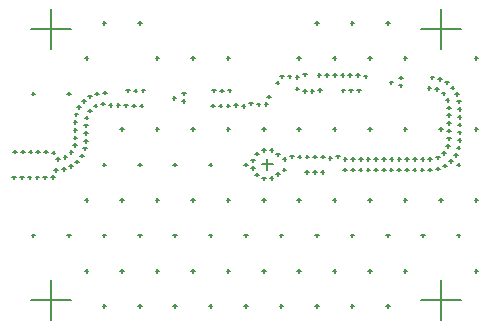
<source format=gbr>
G04*
G04 #@! TF.GenerationSoftware,Altium Limited,Altium Designer,24.9.1 (31)*
G04*
G04 Layer_Color=128*
%FSLAX25Y25*%
%MOIN*%
G70*
G04*
G04 #@! TF.SameCoordinates,21B9ACB0-0D47-4127-AC64-11D31CE697AE*
G04*
G04*
G04 #@! TF.FilePolarity,Positive*
G04*
G01*
G75*
%ADD49C,0.00500*%
D49*
X123327Y59161D02*
X127067D01*
X125197Y57291D02*
Y61032D01*
X176378Y104331D02*
X189764D01*
X183071Y97638D02*
Y111024D01*
X46457Y13780D02*
X59842D01*
X53150Y7087D02*
Y20472D01*
X176378Y13780D02*
X189764D01*
X183071Y7087D02*
Y20472D01*
X46457Y104331D02*
X59842D01*
X53150Y97638D02*
Y111024D01*
X169156Y88000D02*
X170337D01*
X169747Y87409D02*
Y88590D01*
X169078Y85426D02*
X170259D01*
X169669Y84835D02*
Y86017D01*
X178619Y84528D02*
X179800D01*
X179209Y83938D02*
Y85119D01*
X181165Y84144D02*
X182346D01*
X181755Y83554D02*
Y84735D01*
X183341Y82768D02*
X184522D01*
X183931Y82178D02*
Y83359D01*
X184727Y80599D02*
X185908D01*
X185318Y80008D02*
Y81189D01*
X185119Y78054D02*
X186300D01*
X185709Y77463D02*
Y78644D01*
X185119Y75479D02*
X186300D01*
X185709Y74888D02*
Y76070D01*
X185119Y72904D02*
X186300D01*
X185709Y72314D02*
Y73495D01*
X185119Y70329D02*
X186300D01*
X185709Y69739D02*
Y70920D01*
X185119Y67755D02*
X186300D01*
X185709Y67164D02*
Y68345D01*
X184821Y65197D02*
X186002D01*
X185411Y64606D02*
Y65788D01*
X183543Y62962D02*
X184724D01*
X184133Y62371D02*
Y63552D01*
X181457Y61452D02*
X182638D01*
X182048Y60861D02*
Y62042D01*
X178930Y60960D02*
X180111D01*
X179520Y60370D02*
Y61551D01*
X176355Y60960D02*
X177536D01*
X176945Y60370D02*
Y61551D01*
X173780Y60960D02*
X174961D01*
X174371Y60370D02*
Y61551D01*
X171205Y60960D02*
X172387D01*
X171796Y60370D02*
Y61551D01*
X168631Y60960D02*
X169812D01*
X169221Y60370D02*
Y61551D01*
X166056Y60960D02*
X167237D01*
X166646Y60370D02*
Y61551D01*
X163481Y60960D02*
X164662D01*
X164072Y60370D02*
Y61551D01*
X160906Y60960D02*
X162087D01*
X161497Y60370D02*
Y61551D01*
X158331Y60960D02*
X159512D01*
X158922Y60370D02*
Y61551D01*
X155757Y60960D02*
X156938D01*
X156347Y60370D02*
Y61551D01*
X153182Y60960D02*
X154363D01*
X153772Y60370D02*
Y61551D01*
X150607Y60960D02*
X151788D01*
X151198Y60370D02*
Y61551D01*
X148164Y61773D02*
X149345D01*
X148755Y61183D02*
Y62364D01*
X145635Y61288D02*
X146816D01*
X146226Y60697D02*
Y61878D01*
X143093Y61695D02*
X144274D01*
X143683Y61104D02*
Y62285D01*
X140518Y61693D02*
X141699D01*
X141109Y61103D02*
Y62284D01*
X137943Y61695D02*
X139124D01*
X138534Y61104D02*
Y62285D01*
X135369Y61716D02*
X136550D01*
X135959Y61125D02*
Y62306D01*
X132794Y61773D02*
X133976D01*
X133385Y61183D02*
Y62364D01*
X130351Y60960D02*
X131532D01*
X130942Y60370D02*
Y61551D01*
X128229Y62417D02*
X129410D01*
X128819Y61827D02*
Y63008D01*
X126065Y63813D02*
X127246D01*
X126655Y63223D02*
Y64404D01*
X123492Y63909D02*
X124673D01*
X124083Y63318D02*
Y64499D01*
X121232Y62675D02*
X122413D01*
X121823Y62085D02*
Y63266D01*
X119916Y60462D02*
X121097D01*
X120507Y59871D02*
Y61052D01*
X119911Y57887D02*
X121092D01*
X120502Y57296D02*
Y58477D01*
X121215Y55667D02*
X122396D01*
X121806Y55076D02*
Y56257D01*
X123469Y54422D02*
X124650D01*
X124060Y53831D02*
Y55012D01*
X126043Y54500D02*
X127224D01*
X126633Y53910D02*
Y55091D01*
X128213Y55885D02*
X129394D01*
X128804Y55295D02*
Y56476D01*
X130322Y57363D02*
X131503D01*
X130913Y56772D02*
Y57953D01*
X137914Y56628D02*
X139095D01*
X138505Y56038D02*
Y57219D01*
X140489Y56628D02*
X141670D01*
X141079Y56038D02*
Y57219D01*
X143064Y56628D02*
X144245D01*
X143654Y56038D02*
Y57219D01*
X150556Y57363D02*
X151737D01*
X151146Y56772D02*
Y57953D01*
X153130Y57363D02*
X154312D01*
X153721Y56772D02*
Y57953D01*
X155705Y57363D02*
X156886D01*
X156296Y56772D02*
Y57953D01*
X158280Y57363D02*
X159461D01*
X158871Y56772D02*
Y57953D01*
X160855Y57363D02*
X162036D01*
X161445Y56772D02*
Y57953D01*
X163430Y57363D02*
X164611D01*
X164020Y56772D02*
Y57953D01*
X166004Y57363D02*
X167185D01*
X166595Y56772D02*
Y57953D01*
X168579Y57363D02*
X169760D01*
X169170Y56772D02*
Y57953D01*
X171154Y57363D02*
X172335D01*
X171745Y56772D02*
Y57953D01*
X173729Y57363D02*
X174910D01*
X174319Y56772D02*
Y57953D01*
X176304Y57363D02*
X177485D01*
X176894Y56772D02*
Y57953D01*
X178878Y57363D02*
X180060D01*
X179469Y56772D02*
Y57953D01*
X181432Y57691D02*
X182613D01*
X182023Y57100D02*
Y58281D01*
X183817Y58661D02*
X184998D01*
X184408Y58071D02*
Y59252D01*
X185875Y60209D02*
X187056D01*
X186465Y59619D02*
Y60800D01*
X187421Y62268D02*
X188602D01*
X188012Y61677D02*
Y62859D01*
X188390Y64653D02*
X189571D01*
X188981Y64063D02*
Y65244D01*
X188716Y67207D02*
X189897D01*
X189307Y66617D02*
Y67798D01*
X188716Y69782D02*
X189897D01*
X189307Y69192D02*
Y70373D01*
X188716Y72357D02*
X189897D01*
X189307Y71767D02*
Y72948D01*
X188716Y74932D02*
X189897D01*
X189307Y74341D02*
Y75523D01*
X188716Y77507D02*
X189897D01*
X189307Y76916D02*
Y78097D01*
X188566Y80077D02*
X189747D01*
X189156Y79487D02*
Y80668D01*
X187789Y82532D02*
X188970D01*
X188379Y81941D02*
Y83122D01*
X186388Y84692D02*
X187569D01*
X186978Y84102D02*
Y85283D01*
X184494Y86437D02*
X185675D01*
X185084Y85846D02*
Y87027D01*
X182182Y87570D02*
X183363D01*
X182773Y86979D02*
Y88161D01*
X179657Y88075D02*
X180838D01*
X180248Y87484D02*
Y88665D01*
X112045Y83742D02*
X113226D01*
X112636Y83151D02*
Y84332D01*
X109471Y83690D02*
X110652D01*
X110061Y83100D02*
Y84281D01*
X106896Y83742D02*
X108078D01*
X107487Y83151D02*
Y84332D01*
X96803Y82794D02*
X97984D01*
X97393Y82204D02*
Y83385D01*
X96742Y80220D02*
X97923D01*
X97333Y79630D02*
Y80811D01*
X106479Y78702D02*
X107660D01*
X107070Y78112D02*
Y79293D01*
X109054Y78676D02*
X110235D01*
X109644Y78085D02*
Y79266D01*
X111629Y78676D02*
X112810D01*
X112219Y78085D02*
Y79266D01*
X114187Y78965D02*
X115368D01*
X114778Y78374D02*
Y79556D01*
X116736Y78597D02*
X117917D01*
X117326Y78006D02*
Y79187D01*
X119179Y79410D02*
X120360D01*
X119769Y78819D02*
Y80001D01*
X121736Y79109D02*
X122917D01*
X122326Y78518D02*
Y79699D01*
X124309Y79208D02*
X125490D01*
X124899Y78618D02*
Y79799D01*
X125121Y81651D02*
X126302D01*
X125712Y81061D02*
Y82242D01*
X83275Y83742D02*
X84456D01*
X83866Y83151D02*
Y84332D01*
X80701Y83677D02*
X81882D01*
X81292Y83086D02*
Y84267D01*
X78127Y83742D02*
X79308D01*
X78718Y83151D02*
Y84332D01*
X70478Y83007D02*
X71659D01*
X71069Y82417D02*
Y83598D01*
X67923Y82690D02*
X69104D01*
X68513Y82100D02*
Y83281D01*
X65535Y81727D02*
X66716D01*
X66126Y81136D02*
Y82317D01*
X63469Y80190D02*
X64650D01*
X64060Y79599D02*
Y80781D01*
X61916Y78136D02*
X63097D01*
X62507Y77546D02*
Y78727D01*
X60940Y75754D02*
X62121D01*
X61531Y75163D02*
Y76344D01*
X60603Y73201D02*
X61784D01*
X61193Y72610D02*
Y73791D01*
X60603Y70626D02*
X61784D01*
X61193Y70036D02*
Y71217D01*
X60603Y68051D02*
X61784D01*
X61193Y67461D02*
Y68642D01*
X60424Y65483D02*
X61605D01*
X61014Y64892D02*
Y66073D01*
X59287Y63173D02*
X60468D01*
X59878Y62582D02*
Y63763D01*
X57299Y61537D02*
X58480D01*
X57889Y60946D02*
Y62127D01*
X54813Y60866D02*
X55994D01*
X55404Y60275D02*
Y61456D01*
X53382Y63006D02*
X54563D01*
X53973Y62416D02*
Y63597D01*
X50827Y63320D02*
X52008D01*
X51417Y62730D02*
Y63911D01*
X48252Y63320D02*
X49433D01*
X48842Y62730D02*
Y63911D01*
X45677Y63320D02*
X46858D01*
X46268Y62730D02*
Y63911D01*
X43102Y63320D02*
X44283D01*
X43693Y62730D02*
Y63911D01*
X40527Y63320D02*
X41708D01*
X41118Y62730D02*
Y63911D01*
X40243Y54790D02*
X41424D01*
X40833Y54199D02*
Y55380D01*
X42818Y54790D02*
X43999D01*
X43408Y54199D02*
Y55380D01*
X45392Y54790D02*
X46573D01*
X45983Y54199D02*
Y55380D01*
X47967Y54790D02*
X49148D01*
X48558Y54199D02*
Y55380D01*
X50542Y54790D02*
X51723D01*
X51133Y54199D02*
Y55380D01*
X53113Y54924D02*
X54294D01*
X53704Y54334D02*
Y55515D01*
X54205Y57256D02*
X55386D01*
X54795Y56666D02*
Y57847D01*
X56764Y57538D02*
X57945D01*
X57355Y56948D02*
Y58129D01*
X59161Y58480D02*
X60342D01*
X59751Y57889D02*
Y59070D01*
X61252Y59982D02*
X62433D01*
X61842Y59392D02*
Y60573D01*
X62828Y62018D02*
X64009D01*
X63419Y61427D02*
Y62608D01*
X63827Y64391D02*
X65008D01*
X64417Y63801D02*
Y64982D01*
X64202Y66938D02*
X65383D01*
X64792Y66348D02*
Y67529D01*
X64200Y69513D02*
X65381D01*
X64791Y68923D02*
Y70104D01*
X64200Y72088D02*
X65381D01*
X64791Y71497D02*
Y72679D01*
X64342Y74659D02*
X65523D01*
X64933Y74068D02*
Y75249D01*
X65434Y76991D02*
X66615D01*
X66024Y76400D02*
Y77581D01*
X67389Y78666D02*
X68570D01*
X67980Y78075D02*
Y79256D01*
X69862Y79386D02*
X71043D01*
X70452Y78795D02*
Y79976D01*
X72389Y78892D02*
X73570D01*
X72979Y78302D02*
Y79483D01*
X74963Y78892D02*
X76144D01*
X75554Y78302D02*
Y79483D01*
X77533Y78724D02*
X78714D01*
X78123Y78133D02*
Y79314D01*
X80107Y78676D02*
X81288D01*
X80698Y78085D02*
Y79266D01*
X82682Y78676D02*
X83863D01*
X83272Y78085D02*
Y79266D01*
X93659Y81257D02*
X94840D01*
X94249Y80666D02*
Y81848D01*
X137104Y89076D02*
X138285D01*
X137695Y88486D02*
Y89667D01*
X134647Y88306D02*
X135828D01*
X135238Y87716D02*
Y88897D01*
X132075Y88427D02*
X133256D01*
X132666Y87836D02*
Y89017D01*
X129500Y88427D02*
X130682D01*
X130091Y87836D02*
Y89017D01*
X128008Y86329D02*
X129189D01*
X128598Y85738D02*
Y86919D01*
X134641Y84357D02*
X135822D01*
X135232Y83766D02*
Y84947D01*
X137095Y83577D02*
X138276D01*
X137686Y82987D02*
Y84168D01*
X139670Y83577D02*
X140851D01*
X140260Y82987D02*
Y84168D01*
X142230Y83854D02*
X143411D01*
X142820Y83263D02*
Y84444D01*
X149950Y83794D02*
X151131D01*
X150541Y83203D02*
Y84384D01*
X152525Y83794D02*
X153706D01*
X153115Y83203D02*
Y84384D01*
X155100Y83794D02*
X156281D01*
X155690Y83203D02*
Y84384D01*
X165995Y86457D02*
X167176D01*
X166585Y85867D02*
Y87048D01*
X157367Y88403D02*
X158548D01*
X157958Y87813D02*
Y88994D01*
X154833Y88860D02*
X156014D01*
X155424Y88269D02*
Y89450D01*
X152258Y88860D02*
X153439D01*
X152849Y88269D02*
Y89450D01*
X149684Y88809D02*
X150865D01*
X150275Y88219D02*
Y89400D01*
X147112Y88939D02*
X148293D01*
X147703Y88348D02*
Y89529D01*
X144538Y88878D02*
X145720D01*
X145129Y88288D02*
Y89469D01*
X141965Y88977D02*
X143147D01*
X142556Y88386D02*
Y89567D01*
X194291Y94488D02*
X195472D01*
X194882Y93898D02*
Y95079D01*
X194291Y70866D02*
X195472D01*
X194882Y70276D02*
Y71457D01*
X188386Y59055D02*
X189567D01*
X188976Y58464D02*
Y59646D01*
X194291Y47244D02*
X195472D01*
X194882Y46654D02*
Y47835D01*
X188386Y35433D02*
X189567D01*
X188976Y34843D02*
Y36024D01*
X194291Y23622D02*
X195472D01*
X194882Y23031D02*
Y24213D01*
X182480Y70866D02*
X183661D01*
X183071Y70276D02*
Y71457D01*
X182480Y47244D02*
X183661D01*
X183071Y46654D02*
Y47835D01*
X176575Y35433D02*
X177756D01*
X177165Y34843D02*
Y36024D01*
X164764Y106299D02*
X165945D01*
X165354Y105709D02*
Y106890D01*
X170669Y94488D02*
X171850D01*
X171260Y93898D02*
Y95079D01*
X170669Y70866D02*
X171850D01*
X171260Y70276D02*
Y71457D01*
X170669Y47244D02*
X171850D01*
X171260Y46654D02*
Y47835D01*
X164764Y35433D02*
X165945D01*
X165354Y34843D02*
Y36024D01*
X170669Y23622D02*
X171850D01*
X171260Y23031D02*
Y24213D01*
X164764Y11811D02*
X165945D01*
X165354Y11220D02*
Y12402D01*
X152953Y106299D02*
X154134D01*
X153543Y105709D02*
Y106890D01*
X158858Y94488D02*
X160039D01*
X159449Y93898D02*
Y95079D01*
X158858Y70866D02*
X160039D01*
X159449Y70276D02*
Y71457D01*
X158858Y47244D02*
X160039D01*
X159449Y46654D02*
Y47835D01*
X152953Y35433D02*
X154134D01*
X153543Y34843D02*
Y36024D01*
X158858Y23622D02*
X160039D01*
X159449Y23031D02*
Y24213D01*
X152953Y11811D02*
X154134D01*
X153543Y11220D02*
Y12402D01*
X141142Y106299D02*
X142323D01*
X141732Y105709D02*
Y106890D01*
X147047Y94488D02*
X148228D01*
X147638Y93898D02*
Y95079D01*
X147047Y70866D02*
X148228D01*
X147638Y70276D02*
Y71457D01*
X147047Y47244D02*
X148228D01*
X147638Y46654D02*
Y47835D01*
X141142Y35433D02*
X142323D01*
X141732Y34843D02*
Y36024D01*
X147047Y23622D02*
X148228D01*
X147638Y23031D02*
Y24213D01*
X141142Y11811D02*
X142323D01*
X141732Y11220D02*
Y12402D01*
X135236Y94488D02*
X136417D01*
X135827Y93898D02*
Y95079D01*
X135236Y70866D02*
X136417D01*
X135827Y70276D02*
Y71457D01*
X135236Y47244D02*
X136417D01*
X135827Y46654D02*
Y47835D01*
X129331Y35433D02*
X130512D01*
X129921Y34843D02*
Y36024D01*
X135236Y23622D02*
X136417D01*
X135827Y23031D02*
Y24213D01*
X129331Y11811D02*
X130512D01*
X129921Y11220D02*
Y12402D01*
X123425Y70866D02*
X124606D01*
X124016Y70276D02*
Y71457D01*
X117520Y59055D02*
X118701D01*
X118110Y58464D02*
Y59646D01*
X123425Y47244D02*
X124606D01*
X124016Y46654D02*
Y47835D01*
X117520Y35433D02*
X118701D01*
X118110Y34843D02*
Y36024D01*
X123425Y23622D02*
X124606D01*
X124016Y23031D02*
Y24213D01*
X117520Y11811D02*
X118701D01*
X118110Y11220D02*
Y12402D01*
X111614Y94488D02*
X112795D01*
X112205Y93898D02*
Y95079D01*
X111614Y70866D02*
X112795D01*
X112205Y70276D02*
Y71457D01*
X105709Y59055D02*
X106890D01*
X106299Y58464D02*
Y59646D01*
X111614Y47244D02*
X112795D01*
X112205Y46654D02*
Y47835D01*
X105709Y35433D02*
X106890D01*
X106299Y34843D02*
Y36024D01*
X111614Y23622D02*
X112795D01*
X112205Y23031D02*
Y24213D01*
X105709Y11811D02*
X106890D01*
X106299Y11220D02*
Y12402D01*
X99803Y94488D02*
X100984D01*
X100394Y93898D02*
Y95079D01*
X99803Y70866D02*
X100984D01*
X100394Y70276D02*
Y71457D01*
X93898Y59055D02*
X95079D01*
X94488Y58464D02*
Y59646D01*
X99803Y47244D02*
X100984D01*
X100394Y46654D02*
Y47835D01*
X93898Y35433D02*
X95079D01*
X94488Y34843D02*
Y36024D01*
X99803Y23622D02*
X100984D01*
X100394Y23031D02*
Y24213D01*
X93898Y11811D02*
X95079D01*
X94488Y11220D02*
Y12402D01*
X82087Y106299D02*
X83268D01*
X82677Y105709D02*
Y106890D01*
X87992Y94488D02*
X89173D01*
X88583Y93898D02*
Y95079D01*
X87992Y70866D02*
X89173D01*
X88583Y70276D02*
Y71457D01*
X82087Y59055D02*
X83268D01*
X82677Y58464D02*
Y59646D01*
X87992Y47244D02*
X89173D01*
X88583Y46654D02*
Y47835D01*
X82087Y35433D02*
X83268D01*
X82677Y34843D02*
Y36024D01*
X87992Y23622D02*
X89173D01*
X88583Y23031D02*
Y24213D01*
X82087Y11811D02*
X83268D01*
X82677Y11220D02*
Y12402D01*
X70276Y106299D02*
X71457D01*
X70866Y105709D02*
Y106890D01*
X76181Y70866D02*
X77362D01*
X76772Y70276D02*
Y71457D01*
X70276Y59055D02*
X71457D01*
X70866Y58464D02*
Y59646D01*
X76181Y47244D02*
X77362D01*
X76772Y46654D02*
Y47835D01*
X70276Y35433D02*
X71457D01*
X70866Y34843D02*
Y36024D01*
X76181Y23622D02*
X77362D01*
X76772Y23031D02*
Y24213D01*
X70276Y11811D02*
X71457D01*
X70866Y11220D02*
Y12402D01*
X64370Y94488D02*
X65551D01*
X64961Y93898D02*
Y95079D01*
X58464Y82677D02*
X59646D01*
X59055Y82087D02*
Y83268D01*
X64370Y47244D02*
X65551D01*
X64961Y46654D02*
Y47835D01*
X58464Y35433D02*
X59646D01*
X59055Y34843D02*
Y36024D01*
X64370Y23622D02*
X65551D01*
X64961Y23031D02*
Y24213D01*
X46654Y82677D02*
X47835D01*
X47244Y82087D02*
Y83268D01*
X46654Y35433D02*
X47835D01*
X47244Y34843D02*
Y36024D01*
M02*

</source>
